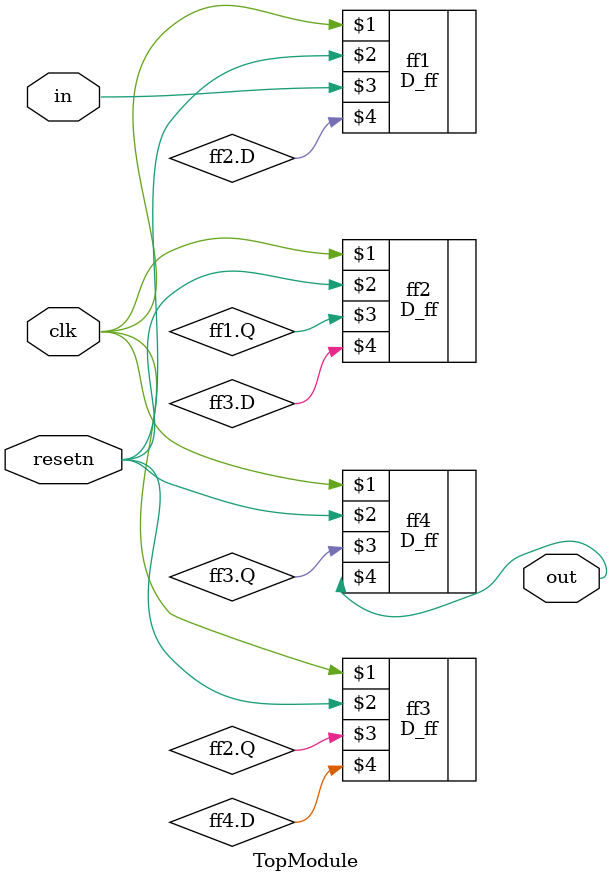
<source format=sv>

module TopModule (
  input clk,
  input resetn,
  input in,
  output out
);
    // Flip flop declarations
    D_ff ff1 (clk, resetn, in, ff2.D);
    D_ff ff2 (clk, resetn, ff1.Q, ff3.D);
    D_ff ff3 (clk, resetn, ff2.Q, ff4.D);
    D_ff ff4 (clk, resetn, ff3.Q, out);

endmodule

// VERILOG-EVAL: errant inclusion of module definition

</source>
